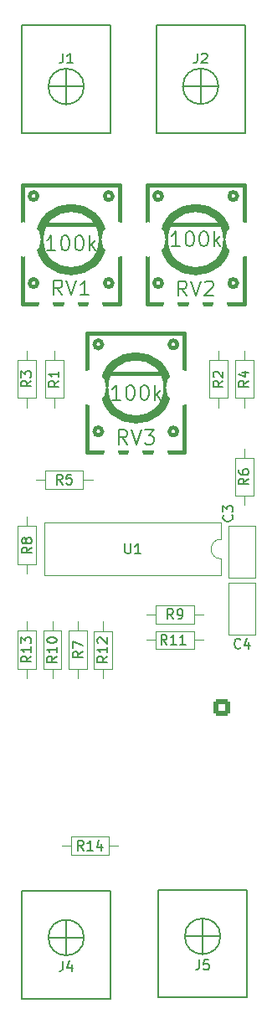
<source format=gto>
%TF.GenerationSoftware,KiCad,Pcbnew,8.0.4-8.0.4-0~ubuntu22.04.1*%
%TF.CreationDate,2024-07-28T19:50:56+02:00*%
%TF.ProjectId,VoltageProcessor,566f6c74-6167-4655-9072-6f636573736f,0.1*%
%TF.SameCoordinates,Original*%
%TF.FileFunction,Legend,Top*%
%TF.FilePolarity,Positive*%
%FSLAX46Y46*%
G04 Gerber Fmt 4.6, Leading zero omitted, Abs format (unit mm)*
G04 Created by KiCad (PCBNEW 8.0.4-8.0.4-0~ubuntu22.04.1) date 2024-07-28 19:50:56*
%MOMM*%
%LPD*%
G01*
G04 APERTURE LIST*
G04 Aperture macros list*
%AMRoundRect*
0 Rectangle with rounded corners*
0 $1 Rounding radius*
0 $2 $3 $4 $5 $6 $7 $8 $9 X,Y pos of 4 corners*
0 Add a 4 corners polygon primitive as box body*
4,1,4,$2,$3,$4,$5,$6,$7,$8,$9,$2,$3,0*
0 Add four circle primitives for the rounded corners*
1,1,$1+$1,$2,$3*
1,1,$1+$1,$4,$5*
1,1,$1+$1,$6,$7*
1,1,$1+$1,$8,$9*
0 Add four rect primitives between the rounded corners*
20,1,$1+$1,$2,$3,$4,$5,0*
20,1,$1+$1,$4,$5,$6,$7,0*
20,1,$1+$1,$6,$7,$8,$9,0*
20,1,$1+$1,$8,$9,$2,$3,0*%
G04 Aperture macros list end*
%ADD10C,0.150000*%
%ADD11C,0.200660*%
%ADD12C,0.120000*%
%ADD13C,0.381000*%
%ADD14C,2.000000*%
%ADD15C,3.500000*%
%ADD16O,1.500000X2.000000*%
%ADD17C,1.400000*%
%ADD18O,1.400000X1.400000*%
%ADD19C,1.600000*%
%ADD20R,1.600000X1.600000*%
%ADD21O,1.600000X1.600000*%
%ADD22RoundRect,0.250000X0.600000X0.600000X-0.600000X0.600000X-0.600000X-0.600000X0.600000X-0.600000X0*%
%ADD23C,1.700000*%
G04 APERTURE END LIST*
D10*
X119154819Y-93526666D02*
X118678628Y-93859999D01*
X119154819Y-94098094D02*
X118154819Y-94098094D01*
X118154819Y-94098094D02*
X118154819Y-93717142D01*
X118154819Y-93717142D02*
X118202438Y-93621904D01*
X118202438Y-93621904D02*
X118250057Y-93574285D01*
X118250057Y-93574285D02*
X118345295Y-93526666D01*
X118345295Y-93526666D02*
X118488152Y-93526666D01*
X118488152Y-93526666D02*
X118583390Y-93574285D01*
X118583390Y-93574285D02*
X118631009Y-93621904D01*
X118631009Y-93621904D02*
X118678628Y-93717142D01*
X118678628Y-93717142D02*
X118678628Y-94098094D01*
X118488152Y-92669523D02*
X119154819Y-92669523D01*
X118107200Y-92907618D02*
X118821485Y-93145713D01*
X118821485Y-93145713D02*
X118821485Y-92526666D01*
X99754819Y-121382857D02*
X99278628Y-121716190D01*
X99754819Y-121954285D02*
X98754819Y-121954285D01*
X98754819Y-121954285D02*
X98754819Y-121573333D01*
X98754819Y-121573333D02*
X98802438Y-121478095D01*
X98802438Y-121478095D02*
X98850057Y-121430476D01*
X98850057Y-121430476D02*
X98945295Y-121382857D01*
X98945295Y-121382857D02*
X99088152Y-121382857D01*
X99088152Y-121382857D02*
X99183390Y-121430476D01*
X99183390Y-121430476D02*
X99231009Y-121478095D01*
X99231009Y-121478095D02*
X99278628Y-121573333D01*
X99278628Y-121573333D02*
X99278628Y-121954285D01*
X99754819Y-120430476D02*
X99754819Y-121001904D01*
X99754819Y-120716190D02*
X98754819Y-120716190D01*
X98754819Y-120716190D02*
X98897676Y-120811428D01*
X98897676Y-120811428D02*
X98992914Y-120906666D01*
X98992914Y-120906666D02*
X99040533Y-121001904D01*
X98754819Y-119811428D02*
X98754819Y-119716190D01*
X98754819Y-119716190D02*
X98802438Y-119620952D01*
X98802438Y-119620952D02*
X98850057Y-119573333D01*
X98850057Y-119573333D02*
X98945295Y-119525714D01*
X98945295Y-119525714D02*
X99135771Y-119478095D01*
X99135771Y-119478095D02*
X99373866Y-119478095D01*
X99373866Y-119478095D02*
X99564342Y-119525714D01*
X99564342Y-119525714D02*
X99659580Y-119573333D01*
X99659580Y-119573333D02*
X99707200Y-119620952D01*
X99707200Y-119620952D02*
X99754819Y-119716190D01*
X99754819Y-119716190D02*
X99754819Y-119811428D01*
X99754819Y-119811428D02*
X99707200Y-119906666D01*
X99707200Y-119906666D02*
X99659580Y-119954285D01*
X99659580Y-119954285D02*
X99564342Y-120001904D01*
X99564342Y-120001904D02*
X99373866Y-120049523D01*
X99373866Y-120049523D02*
X99135771Y-120049523D01*
X99135771Y-120049523D02*
X98945295Y-120001904D01*
X98945295Y-120001904D02*
X98850057Y-119954285D01*
X98850057Y-119954285D02*
X98802438Y-119906666D01*
X98802438Y-119906666D02*
X98754819Y-119811428D01*
X118333333Y-120509580D02*
X118285714Y-120557200D01*
X118285714Y-120557200D02*
X118142857Y-120604819D01*
X118142857Y-120604819D02*
X118047619Y-120604819D01*
X118047619Y-120604819D02*
X117904762Y-120557200D01*
X117904762Y-120557200D02*
X117809524Y-120461961D01*
X117809524Y-120461961D02*
X117761905Y-120366723D01*
X117761905Y-120366723D02*
X117714286Y-120176247D01*
X117714286Y-120176247D02*
X117714286Y-120033390D01*
X117714286Y-120033390D02*
X117761905Y-119842914D01*
X117761905Y-119842914D02*
X117809524Y-119747676D01*
X117809524Y-119747676D02*
X117904762Y-119652438D01*
X117904762Y-119652438D02*
X118047619Y-119604819D01*
X118047619Y-119604819D02*
X118142857Y-119604819D01*
X118142857Y-119604819D02*
X118285714Y-119652438D01*
X118285714Y-119652438D02*
X118333333Y-119700057D01*
X119190476Y-119938152D02*
X119190476Y-120604819D01*
X118952381Y-119557200D02*
X118714286Y-120271485D01*
X118714286Y-120271485D02*
X119333333Y-120271485D01*
X117459580Y-107116666D02*
X117507200Y-107164285D01*
X117507200Y-107164285D02*
X117554819Y-107307142D01*
X117554819Y-107307142D02*
X117554819Y-107402380D01*
X117554819Y-107402380D02*
X117507200Y-107545237D01*
X117507200Y-107545237D02*
X117411961Y-107640475D01*
X117411961Y-107640475D02*
X117316723Y-107688094D01*
X117316723Y-107688094D02*
X117126247Y-107735713D01*
X117126247Y-107735713D02*
X116983390Y-107735713D01*
X116983390Y-107735713D02*
X116792914Y-107688094D01*
X116792914Y-107688094D02*
X116697676Y-107640475D01*
X116697676Y-107640475D02*
X116602438Y-107545237D01*
X116602438Y-107545237D02*
X116554819Y-107402380D01*
X116554819Y-107402380D02*
X116554819Y-107307142D01*
X116554819Y-107307142D02*
X116602438Y-107164285D01*
X116602438Y-107164285D02*
X116650057Y-107116666D01*
X116554819Y-106783332D02*
X116554819Y-106164285D01*
X116554819Y-106164285D02*
X116935771Y-106497618D01*
X116935771Y-106497618D02*
X116935771Y-106354761D01*
X116935771Y-106354761D02*
X116983390Y-106259523D01*
X116983390Y-106259523D02*
X117031009Y-106211904D01*
X117031009Y-106211904D02*
X117126247Y-106164285D01*
X117126247Y-106164285D02*
X117364342Y-106164285D01*
X117364342Y-106164285D02*
X117459580Y-106211904D01*
X117459580Y-106211904D02*
X117507200Y-106259523D01*
X117507200Y-106259523D02*
X117554819Y-106354761D01*
X117554819Y-106354761D02*
X117554819Y-106640475D01*
X117554819Y-106640475D02*
X117507200Y-106735713D01*
X117507200Y-106735713D02*
X117459580Y-106783332D01*
X100366666Y-152204819D02*
X100366666Y-152919104D01*
X100366666Y-152919104D02*
X100319047Y-153061961D01*
X100319047Y-153061961D02*
X100223809Y-153157200D01*
X100223809Y-153157200D02*
X100080952Y-153204819D01*
X100080952Y-153204819D02*
X99985714Y-153204819D01*
X101271428Y-152538152D02*
X101271428Y-153204819D01*
X101033333Y-152157200D02*
X100795238Y-152871485D01*
X100795238Y-152871485D02*
X101414285Y-152871485D01*
X99954819Y-93526666D02*
X99478628Y-93859999D01*
X99954819Y-94098094D02*
X98954819Y-94098094D01*
X98954819Y-94098094D02*
X98954819Y-93717142D01*
X98954819Y-93717142D02*
X99002438Y-93621904D01*
X99002438Y-93621904D02*
X99050057Y-93574285D01*
X99050057Y-93574285D02*
X99145295Y-93526666D01*
X99145295Y-93526666D02*
X99288152Y-93526666D01*
X99288152Y-93526666D02*
X99383390Y-93574285D01*
X99383390Y-93574285D02*
X99431009Y-93621904D01*
X99431009Y-93621904D02*
X99478628Y-93717142D01*
X99478628Y-93717142D02*
X99478628Y-94098094D01*
X99954819Y-92574285D02*
X99954819Y-93145713D01*
X99954819Y-92859999D02*
X98954819Y-92859999D01*
X98954819Y-92859999D02*
X99097676Y-92955237D01*
X99097676Y-92955237D02*
X99192914Y-93050475D01*
X99192914Y-93050475D02*
X99240533Y-93145713D01*
X119154819Y-103416666D02*
X118678628Y-103749999D01*
X119154819Y-103988094D02*
X118154819Y-103988094D01*
X118154819Y-103988094D02*
X118154819Y-103607142D01*
X118154819Y-103607142D02*
X118202438Y-103511904D01*
X118202438Y-103511904D02*
X118250057Y-103464285D01*
X118250057Y-103464285D02*
X118345295Y-103416666D01*
X118345295Y-103416666D02*
X118488152Y-103416666D01*
X118488152Y-103416666D02*
X118583390Y-103464285D01*
X118583390Y-103464285D02*
X118631009Y-103511904D01*
X118631009Y-103511904D02*
X118678628Y-103607142D01*
X118678628Y-103607142D02*
X118678628Y-103988094D01*
X118154819Y-102559523D02*
X118154819Y-102749999D01*
X118154819Y-102749999D02*
X118202438Y-102845237D01*
X118202438Y-102845237D02*
X118250057Y-102892856D01*
X118250057Y-102892856D02*
X118392914Y-102988094D01*
X118392914Y-102988094D02*
X118583390Y-103035713D01*
X118583390Y-103035713D02*
X118964342Y-103035713D01*
X118964342Y-103035713D02*
X119059580Y-102988094D01*
X119059580Y-102988094D02*
X119107200Y-102940475D01*
X119107200Y-102940475D02*
X119154819Y-102845237D01*
X119154819Y-102845237D02*
X119154819Y-102654761D01*
X119154819Y-102654761D02*
X119107200Y-102559523D01*
X119107200Y-102559523D02*
X119059580Y-102511904D01*
X119059580Y-102511904D02*
X118964342Y-102464285D01*
X118964342Y-102464285D02*
X118726247Y-102464285D01*
X118726247Y-102464285D02*
X118631009Y-102511904D01*
X118631009Y-102511904D02*
X118583390Y-102559523D01*
X118583390Y-102559523D02*
X118535771Y-102654761D01*
X118535771Y-102654761D02*
X118535771Y-102845237D01*
X118535771Y-102845237D02*
X118583390Y-102940475D01*
X118583390Y-102940475D02*
X118631009Y-102988094D01*
X118631009Y-102988094D02*
X118726247Y-103035713D01*
D11*
X112906464Y-84934021D02*
X112406084Y-84219193D01*
X112048670Y-84934021D02*
X112048670Y-83432881D01*
X112048670Y-83432881D02*
X112620533Y-83432881D01*
X112620533Y-83432881D02*
X112763498Y-83504364D01*
X112763498Y-83504364D02*
X112834981Y-83575847D01*
X112834981Y-83575847D02*
X112906464Y-83718813D01*
X112906464Y-83718813D02*
X112906464Y-83933261D01*
X112906464Y-83933261D02*
X112834981Y-84076227D01*
X112834981Y-84076227D02*
X112763498Y-84147710D01*
X112763498Y-84147710D02*
X112620533Y-84219193D01*
X112620533Y-84219193D02*
X112048670Y-84219193D01*
X113335361Y-83432881D02*
X113835741Y-84934021D01*
X113835741Y-84934021D02*
X114336121Y-83432881D01*
X114765018Y-83575847D02*
X114836501Y-83504364D01*
X114836501Y-83504364D02*
X114979467Y-83432881D01*
X114979467Y-83432881D02*
X115336881Y-83432881D01*
X115336881Y-83432881D02*
X115479847Y-83504364D01*
X115479847Y-83504364D02*
X115551329Y-83575847D01*
X115551329Y-83575847D02*
X115622812Y-83718813D01*
X115622812Y-83718813D02*
X115622812Y-83861779D01*
X115622812Y-83861779D02*
X115551329Y-84076227D01*
X115551329Y-84076227D02*
X114693535Y-84934021D01*
X114693535Y-84934021D02*
X115622812Y-84934021D01*
X112191635Y-79934021D02*
X111333841Y-79934021D01*
X111762738Y-79934021D02*
X111762738Y-78432881D01*
X111762738Y-78432881D02*
X111619772Y-78647330D01*
X111619772Y-78647330D02*
X111476807Y-78790296D01*
X111476807Y-78790296D02*
X111333841Y-78861779D01*
X113120912Y-78432881D02*
X113263878Y-78432881D01*
X113263878Y-78432881D02*
X113406844Y-78504364D01*
X113406844Y-78504364D02*
X113478327Y-78575847D01*
X113478327Y-78575847D02*
X113549809Y-78718813D01*
X113549809Y-78718813D02*
X113621292Y-79004744D01*
X113621292Y-79004744D02*
X113621292Y-79362159D01*
X113621292Y-79362159D02*
X113549809Y-79648090D01*
X113549809Y-79648090D02*
X113478327Y-79791056D01*
X113478327Y-79791056D02*
X113406844Y-79862539D01*
X113406844Y-79862539D02*
X113263878Y-79934021D01*
X113263878Y-79934021D02*
X113120912Y-79934021D01*
X113120912Y-79934021D02*
X112977947Y-79862539D01*
X112977947Y-79862539D02*
X112906464Y-79791056D01*
X112906464Y-79791056D02*
X112834981Y-79648090D01*
X112834981Y-79648090D02*
X112763498Y-79362159D01*
X112763498Y-79362159D02*
X112763498Y-79004744D01*
X112763498Y-79004744D02*
X112834981Y-78718813D01*
X112834981Y-78718813D02*
X112906464Y-78575847D01*
X112906464Y-78575847D02*
X112977947Y-78504364D01*
X112977947Y-78504364D02*
X113120912Y-78432881D01*
X114550569Y-78432881D02*
X114693535Y-78432881D01*
X114693535Y-78432881D02*
X114836501Y-78504364D01*
X114836501Y-78504364D02*
X114907984Y-78575847D01*
X114907984Y-78575847D02*
X114979466Y-78718813D01*
X114979466Y-78718813D02*
X115050949Y-79004744D01*
X115050949Y-79004744D02*
X115050949Y-79362159D01*
X115050949Y-79362159D02*
X114979466Y-79648090D01*
X114979466Y-79648090D02*
X114907984Y-79791056D01*
X114907984Y-79791056D02*
X114836501Y-79862539D01*
X114836501Y-79862539D02*
X114693535Y-79934021D01*
X114693535Y-79934021D02*
X114550569Y-79934021D01*
X114550569Y-79934021D02*
X114407604Y-79862539D01*
X114407604Y-79862539D02*
X114336121Y-79791056D01*
X114336121Y-79791056D02*
X114264638Y-79648090D01*
X114264638Y-79648090D02*
X114193155Y-79362159D01*
X114193155Y-79362159D02*
X114193155Y-79004744D01*
X114193155Y-79004744D02*
X114264638Y-78718813D01*
X114264638Y-78718813D02*
X114336121Y-78575847D01*
X114336121Y-78575847D02*
X114407604Y-78504364D01*
X114407604Y-78504364D02*
X114550569Y-78432881D01*
X115694295Y-79934021D02*
X115694295Y-78432881D01*
X115837261Y-79362159D02*
X116266158Y-79934021D01*
X116266158Y-78933261D02*
X115694295Y-79505124D01*
D10*
X100333333Y-104004819D02*
X100000000Y-103528628D01*
X99761905Y-104004819D02*
X99761905Y-103004819D01*
X99761905Y-103004819D02*
X100142857Y-103004819D01*
X100142857Y-103004819D02*
X100238095Y-103052438D01*
X100238095Y-103052438D02*
X100285714Y-103100057D01*
X100285714Y-103100057D02*
X100333333Y-103195295D01*
X100333333Y-103195295D02*
X100333333Y-103338152D01*
X100333333Y-103338152D02*
X100285714Y-103433390D01*
X100285714Y-103433390D02*
X100238095Y-103481009D01*
X100238095Y-103481009D02*
X100142857Y-103528628D01*
X100142857Y-103528628D02*
X99761905Y-103528628D01*
X101238095Y-103004819D02*
X100761905Y-103004819D01*
X100761905Y-103004819D02*
X100714286Y-103481009D01*
X100714286Y-103481009D02*
X100761905Y-103433390D01*
X100761905Y-103433390D02*
X100857143Y-103385771D01*
X100857143Y-103385771D02*
X101095238Y-103385771D01*
X101095238Y-103385771D02*
X101190476Y-103433390D01*
X101190476Y-103433390D02*
X101238095Y-103481009D01*
X101238095Y-103481009D02*
X101285714Y-103576247D01*
X101285714Y-103576247D02*
X101285714Y-103814342D01*
X101285714Y-103814342D02*
X101238095Y-103909580D01*
X101238095Y-103909580D02*
X101190476Y-103957200D01*
X101190476Y-103957200D02*
X101095238Y-104004819D01*
X101095238Y-104004819D02*
X100857143Y-104004819D01*
X100857143Y-104004819D02*
X100761905Y-103957200D01*
X100761905Y-103957200D02*
X100714286Y-103909580D01*
X97204819Y-110366666D02*
X96728628Y-110699999D01*
X97204819Y-110938094D02*
X96204819Y-110938094D01*
X96204819Y-110938094D02*
X96204819Y-110557142D01*
X96204819Y-110557142D02*
X96252438Y-110461904D01*
X96252438Y-110461904D02*
X96300057Y-110414285D01*
X96300057Y-110414285D02*
X96395295Y-110366666D01*
X96395295Y-110366666D02*
X96538152Y-110366666D01*
X96538152Y-110366666D02*
X96633390Y-110414285D01*
X96633390Y-110414285D02*
X96681009Y-110461904D01*
X96681009Y-110461904D02*
X96728628Y-110557142D01*
X96728628Y-110557142D02*
X96728628Y-110938094D01*
X96633390Y-109795237D02*
X96585771Y-109890475D01*
X96585771Y-109890475D02*
X96538152Y-109938094D01*
X96538152Y-109938094D02*
X96442914Y-109985713D01*
X96442914Y-109985713D02*
X96395295Y-109985713D01*
X96395295Y-109985713D02*
X96300057Y-109938094D01*
X96300057Y-109938094D02*
X96252438Y-109890475D01*
X96252438Y-109890475D02*
X96204819Y-109795237D01*
X96204819Y-109795237D02*
X96204819Y-109604761D01*
X96204819Y-109604761D02*
X96252438Y-109509523D01*
X96252438Y-109509523D02*
X96300057Y-109461904D01*
X96300057Y-109461904D02*
X96395295Y-109414285D01*
X96395295Y-109414285D02*
X96442914Y-109414285D01*
X96442914Y-109414285D02*
X96538152Y-109461904D01*
X96538152Y-109461904D02*
X96585771Y-109509523D01*
X96585771Y-109509523D02*
X96633390Y-109604761D01*
X96633390Y-109604761D02*
X96633390Y-109795237D01*
X96633390Y-109795237D02*
X96681009Y-109890475D01*
X96681009Y-109890475D02*
X96728628Y-109938094D01*
X96728628Y-109938094D02*
X96823866Y-109985713D01*
X96823866Y-109985713D02*
X97014342Y-109985713D01*
X97014342Y-109985713D02*
X97109580Y-109938094D01*
X97109580Y-109938094D02*
X97157200Y-109890475D01*
X97157200Y-109890475D02*
X97204819Y-109795237D01*
X97204819Y-109795237D02*
X97204819Y-109604761D01*
X97204819Y-109604761D02*
X97157200Y-109509523D01*
X97157200Y-109509523D02*
X97109580Y-109461904D01*
X97109580Y-109461904D02*
X97014342Y-109414285D01*
X97014342Y-109414285D02*
X96823866Y-109414285D01*
X96823866Y-109414285D02*
X96728628Y-109461904D01*
X96728628Y-109461904D02*
X96681009Y-109509523D01*
X96681009Y-109509523D02*
X96633390Y-109604761D01*
X104854819Y-121392857D02*
X104378628Y-121726190D01*
X104854819Y-121964285D02*
X103854819Y-121964285D01*
X103854819Y-121964285D02*
X103854819Y-121583333D01*
X103854819Y-121583333D02*
X103902438Y-121488095D01*
X103902438Y-121488095D02*
X103950057Y-121440476D01*
X103950057Y-121440476D02*
X104045295Y-121392857D01*
X104045295Y-121392857D02*
X104188152Y-121392857D01*
X104188152Y-121392857D02*
X104283390Y-121440476D01*
X104283390Y-121440476D02*
X104331009Y-121488095D01*
X104331009Y-121488095D02*
X104378628Y-121583333D01*
X104378628Y-121583333D02*
X104378628Y-121964285D01*
X104854819Y-120440476D02*
X104854819Y-121011904D01*
X104854819Y-120726190D02*
X103854819Y-120726190D01*
X103854819Y-120726190D02*
X103997676Y-120821428D01*
X103997676Y-120821428D02*
X104092914Y-120916666D01*
X104092914Y-120916666D02*
X104140533Y-121011904D01*
X103950057Y-120059523D02*
X103902438Y-120011904D01*
X103902438Y-120011904D02*
X103854819Y-119916666D01*
X103854819Y-119916666D02*
X103854819Y-119678571D01*
X103854819Y-119678571D02*
X103902438Y-119583333D01*
X103902438Y-119583333D02*
X103950057Y-119535714D01*
X103950057Y-119535714D02*
X104045295Y-119488095D01*
X104045295Y-119488095D02*
X104140533Y-119488095D01*
X104140533Y-119488095D02*
X104283390Y-119535714D01*
X104283390Y-119535714D02*
X104854819Y-120107142D01*
X104854819Y-120107142D02*
X104854819Y-119488095D01*
X102467142Y-141004819D02*
X102133809Y-140528628D01*
X101895714Y-141004819D02*
X101895714Y-140004819D01*
X101895714Y-140004819D02*
X102276666Y-140004819D01*
X102276666Y-140004819D02*
X102371904Y-140052438D01*
X102371904Y-140052438D02*
X102419523Y-140100057D01*
X102419523Y-140100057D02*
X102467142Y-140195295D01*
X102467142Y-140195295D02*
X102467142Y-140338152D01*
X102467142Y-140338152D02*
X102419523Y-140433390D01*
X102419523Y-140433390D02*
X102371904Y-140481009D01*
X102371904Y-140481009D02*
X102276666Y-140528628D01*
X102276666Y-140528628D02*
X101895714Y-140528628D01*
X103419523Y-141004819D02*
X102848095Y-141004819D01*
X103133809Y-141004819D02*
X103133809Y-140004819D01*
X103133809Y-140004819D02*
X103038571Y-140147676D01*
X103038571Y-140147676D02*
X102943333Y-140242914D01*
X102943333Y-140242914D02*
X102848095Y-140290533D01*
X104276666Y-140338152D02*
X104276666Y-141004819D01*
X104038571Y-139957200D02*
X103800476Y-140671485D01*
X103800476Y-140671485D02*
X104419523Y-140671485D01*
D11*
X100306464Y-84855771D02*
X99806084Y-84140943D01*
X99448670Y-84855771D02*
X99448670Y-83354631D01*
X99448670Y-83354631D02*
X100020533Y-83354631D01*
X100020533Y-83354631D02*
X100163498Y-83426114D01*
X100163498Y-83426114D02*
X100234981Y-83497597D01*
X100234981Y-83497597D02*
X100306464Y-83640563D01*
X100306464Y-83640563D02*
X100306464Y-83855011D01*
X100306464Y-83855011D02*
X100234981Y-83997977D01*
X100234981Y-83997977D02*
X100163498Y-84069460D01*
X100163498Y-84069460D02*
X100020533Y-84140943D01*
X100020533Y-84140943D02*
X99448670Y-84140943D01*
X100735361Y-83354631D02*
X101235741Y-84855771D01*
X101235741Y-84855771D02*
X101736121Y-83354631D01*
X103022812Y-84855771D02*
X102165018Y-84855771D01*
X102593915Y-84855771D02*
X102593915Y-83354631D01*
X102593915Y-83354631D02*
X102450949Y-83569080D01*
X102450949Y-83569080D02*
X102307984Y-83712046D01*
X102307984Y-83712046D02*
X102165018Y-83783529D01*
X99591635Y-80355771D02*
X98733841Y-80355771D01*
X99162738Y-80355771D02*
X99162738Y-78854631D01*
X99162738Y-78854631D02*
X99019772Y-79069080D01*
X99019772Y-79069080D02*
X98876807Y-79212046D01*
X98876807Y-79212046D02*
X98733841Y-79283529D01*
X100520912Y-78854631D02*
X100663878Y-78854631D01*
X100663878Y-78854631D02*
X100806844Y-78926114D01*
X100806844Y-78926114D02*
X100878327Y-78997597D01*
X100878327Y-78997597D02*
X100949809Y-79140563D01*
X100949809Y-79140563D02*
X101021292Y-79426494D01*
X101021292Y-79426494D02*
X101021292Y-79783909D01*
X101021292Y-79783909D02*
X100949809Y-80069840D01*
X100949809Y-80069840D02*
X100878327Y-80212806D01*
X100878327Y-80212806D02*
X100806844Y-80284289D01*
X100806844Y-80284289D02*
X100663878Y-80355771D01*
X100663878Y-80355771D02*
X100520912Y-80355771D01*
X100520912Y-80355771D02*
X100377947Y-80284289D01*
X100377947Y-80284289D02*
X100306464Y-80212806D01*
X100306464Y-80212806D02*
X100234981Y-80069840D01*
X100234981Y-80069840D02*
X100163498Y-79783909D01*
X100163498Y-79783909D02*
X100163498Y-79426494D01*
X100163498Y-79426494D02*
X100234981Y-79140563D01*
X100234981Y-79140563D02*
X100306464Y-78997597D01*
X100306464Y-78997597D02*
X100377947Y-78926114D01*
X100377947Y-78926114D02*
X100520912Y-78854631D01*
X101950569Y-78854631D02*
X102093535Y-78854631D01*
X102093535Y-78854631D02*
X102236501Y-78926114D01*
X102236501Y-78926114D02*
X102307984Y-78997597D01*
X102307984Y-78997597D02*
X102379466Y-79140563D01*
X102379466Y-79140563D02*
X102450949Y-79426494D01*
X102450949Y-79426494D02*
X102450949Y-79783909D01*
X102450949Y-79783909D02*
X102379466Y-80069840D01*
X102379466Y-80069840D02*
X102307984Y-80212806D01*
X102307984Y-80212806D02*
X102236501Y-80284289D01*
X102236501Y-80284289D02*
X102093535Y-80355771D01*
X102093535Y-80355771D02*
X101950569Y-80355771D01*
X101950569Y-80355771D02*
X101807604Y-80284289D01*
X101807604Y-80284289D02*
X101736121Y-80212806D01*
X101736121Y-80212806D02*
X101664638Y-80069840D01*
X101664638Y-80069840D02*
X101593155Y-79783909D01*
X101593155Y-79783909D02*
X101593155Y-79426494D01*
X101593155Y-79426494D02*
X101664638Y-79140563D01*
X101664638Y-79140563D02*
X101736121Y-78997597D01*
X101736121Y-78997597D02*
X101807604Y-78926114D01*
X101807604Y-78926114D02*
X101950569Y-78854631D01*
X103094295Y-80355771D02*
X103094295Y-78854631D01*
X103237261Y-79783909D02*
X103666158Y-80355771D01*
X103666158Y-79355011D02*
X103094295Y-79926874D01*
D10*
X114166666Y-152077319D02*
X114166666Y-152791604D01*
X114166666Y-152791604D02*
X114119047Y-152934461D01*
X114119047Y-152934461D02*
X114023809Y-153029700D01*
X114023809Y-153029700D02*
X113880952Y-153077319D01*
X113880952Y-153077319D02*
X113785714Y-153077319D01*
X115119047Y-152077319D02*
X114642857Y-152077319D01*
X114642857Y-152077319D02*
X114595238Y-152553509D01*
X114595238Y-152553509D02*
X114642857Y-152505890D01*
X114642857Y-152505890D02*
X114738095Y-152458271D01*
X114738095Y-152458271D02*
X114976190Y-152458271D01*
X114976190Y-152458271D02*
X115071428Y-152505890D01*
X115071428Y-152505890D02*
X115119047Y-152553509D01*
X115119047Y-152553509D02*
X115166666Y-152648747D01*
X115166666Y-152648747D02*
X115166666Y-152886842D01*
X115166666Y-152886842D02*
X115119047Y-152982080D01*
X115119047Y-152982080D02*
X115071428Y-153029700D01*
X115071428Y-153029700D02*
X114976190Y-153077319D01*
X114976190Y-153077319D02*
X114738095Y-153077319D01*
X114738095Y-153077319D02*
X114642857Y-153029700D01*
X114642857Y-153029700D02*
X114595238Y-152982080D01*
X97154819Y-93516666D02*
X96678628Y-93849999D01*
X97154819Y-94088094D02*
X96154819Y-94088094D01*
X96154819Y-94088094D02*
X96154819Y-93707142D01*
X96154819Y-93707142D02*
X96202438Y-93611904D01*
X96202438Y-93611904D02*
X96250057Y-93564285D01*
X96250057Y-93564285D02*
X96345295Y-93516666D01*
X96345295Y-93516666D02*
X96488152Y-93516666D01*
X96488152Y-93516666D02*
X96583390Y-93564285D01*
X96583390Y-93564285D02*
X96631009Y-93611904D01*
X96631009Y-93611904D02*
X96678628Y-93707142D01*
X96678628Y-93707142D02*
X96678628Y-94088094D01*
X96154819Y-93183332D02*
X96154819Y-92564285D01*
X96154819Y-92564285D02*
X96535771Y-92897618D01*
X96535771Y-92897618D02*
X96535771Y-92754761D01*
X96535771Y-92754761D02*
X96583390Y-92659523D01*
X96583390Y-92659523D02*
X96631009Y-92611904D01*
X96631009Y-92611904D02*
X96726247Y-92564285D01*
X96726247Y-92564285D02*
X96964342Y-92564285D01*
X96964342Y-92564285D02*
X97059580Y-92611904D01*
X97059580Y-92611904D02*
X97107200Y-92659523D01*
X97107200Y-92659523D02*
X97154819Y-92754761D01*
X97154819Y-92754761D02*
X97154819Y-93040475D01*
X97154819Y-93040475D02*
X97107200Y-93135713D01*
X97107200Y-93135713D02*
X97059580Y-93183332D01*
D11*
X106856464Y-99969021D02*
X106356084Y-99254193D01*
X105998670Y-99969021D02*
X105998670Y-98467881D01*
X105998670Y-98467881D02*
X106570533Y-98467881D01*
X106570533Y-98467881D02*
X106713498Y-98539364D01*
X106713498Y-98539364D02*
X106784981Y-98610847D01*
X106784981Y-98610847D02*
X106856464Y-98753813D01*
X106856464Y-98753813D02*
X106856464Y-98968261D01*
X106856464Y-98968261D02*
X106784981Y-99111227D01*
X106784981Y-99111227D02*
X106713498Y-99182710D01*
X106713498Y-99182710D02*
X106570533Y-99254193D01*
X106570533Y-99254193D02*
X105998670Y-99254193D01*
X107285361Y-98467881D02*
X107785741Y-99969021D01*
X107785741Y-99969021D02*
X108286121Y-98467881D01*
X108643535Y-98467881D02*
X109572812Y-98467881D01*
X109572812Y-98467881D02*
X109072432Y-99039744D01*
X109072432Y-99039744D02*
X109286881Y-99039744D01*
X109286881Y-99039744D02*
X109429847Y-99111227D01*
X109429847Y-99111227D02*
X109501329Y-99182710D01*
X109501329Y-99182710D02*
X109572812Y-99325676D01*
X109572812Y-99325676D02*
X109572812Y-99683090D01*
X109572812Y-99683090D02*
X109501329Y-99826056D01*
X109501329Y-99826056D02*
X109429847Y-99897539D01*
X109429847Y-99897539D02*
X109286881Y-99969021D01*
X109286881Y-99969021D02*
X108857984Y-99969021D01*
X108857984Y-99969021D02*
X108715018Y-99897539D01*
X108715018Y-99897539D02*
X108643535Y-99826056D01*
X106187635Y-95469021D02*
X105329841Y-95469021D01*
X105758738Y-95469021D02*
X105758738Y-93967881D01*
X105758738Y-93967881D02*
X105615772Y-94182330D01*
X105615772Y-94182330D02*
X105472807Y-94325296D01*
X105472807Y-94325296D02*
X105329841Y-94396779D01*
X107116912Y-93967881D02*
X107259878Y-93967881D01*
X107259878Y-93967881D02*
X107402844Y-94039364D01*
X107402844Y-94039364D02*
X107474327Y-94110847D01*
X107474327Y-94110847D02*
X107545809Y-94253813D01*
X107545809Y-94253813D02*
X107617292Y-94539744D01*
X107617292Y-94539744D02*
X107617292Y-94897159D01*
X107617292Y-94897159D02*
X107545809Y-95183090D01*
X107545809Y-95183090D02*
X107474327Y-95326056D01*
X107474327Y-95326056D02*
X107402844Y-95397539D01*
X107402844Y-95397539D02*
X107259878Y-95469021D01*
X107259878Y-95469021D02*
X107116912Y-95469021D01*
X107116912Y-95469021D02*
X106973947Y-95397539D01*
X106973947Y-95397539D02*
X106902464Y-95326056D01*
X106902464Y-95326056D02*
X106830981Y-95183090D01*
X106830981Y-95183090D02*
X106759498Y-94897159D01*
X106759498Y-94897159D02*
X106759498Y-94539744D01*
X106759498Y-94539744D02*
X106830981Y-94253813D01*
X106830981Y-94253813D02*
X106902464Y-94110847D01*
X106902464Y-94110847D02*
X106973947Y-94039364D01*
X106973947Y-94039364D02*
X107116912Y-93967881D01*
X108546569Y-93967881D02*
X108689535Y-93967881D01*
X108689535Y-93967881D02*
X108832501Y-94039364D01*
X108832501Y-94039364D02*
X108903984Y-94110847D01*
X108903984Y-94110847D02*
X108975466Y-94253813D01*
X108975466Y-94253813D02*
X109046949Y-94539744D01*
X109046949Y-94539744D02*
X109046949Y-94897159D01*
X109046949Y-94897159D02*
X108975466Y-95183090D01*
X108975466Y-95183090D02*
X108903984Y-95326056D01*
X108903984Y-95326056D02*
X108832501Y-95397539D01*
X108832501Y-95397539D02*
X108689535Y-95469021D01*
X108689535Y-95469021D02*
X108546569Y-95469021D01*
X108546569Y-95469021D02*
X108403604Y-95397539D01*
X108403604Y-95397539D02*
X108332121Y-95326056D01*
X108332121Y-95326056D02*
X108260638Y-95183090D01*
X108260638Y-95183090D02*
X108189155Y-94897159D01*
X108189155Y-94897159D02*
X108189155Y-94539744D01*
X108189155Y-94539744D02*
X108260638Y-94253813D01*
X108260638Y-94253813D02*
X108332121Y-94110847D01*
X108332121Y-94110847D02*
X108403604Y-94039364D01*
X108403604Y-94039364D02*
X108546569Y-93967881D01*
X109690295Y-95469021D02*
X109690295Y-93967881D01*
X109833261Y-94897159D02*
X110262158Y-95469021D01*
X110262158Y-94468261D02*
X109690295Y-95040124D01*
D10*
X100366666Y-60404819D02*
X100366666Y-61119104D01*
X100366666Y-61119104D02*
X100319047Y-61261961D01*
X100319047Y-61261961D02*
X100223809Y-61357200D01*
X100223809Y-61357200D02*
X100080952Y-61404819D01*
X100080952Y-61404819D02*
X99985714Y-61404819D01*
X101366666Y-61404819D02*
X100795238Y-61404819D01*
X101080952Y-61404819D02*
X101080952Y-60404819D01*
X101080952Y-60404819D02*
X100985714Y-60547676D01*
X100985714Y-60547676D02*
X100890476Y-60642914D01*
X100890476Y-60642914D02*
X100795238Y-60690533D01*
X113966666Y-60404819D02*
X113966666Y-61119104D01*
X113966666Y-61119104D02*
X113919047Y-61261961D01*
X113919047Y-61261961D02*
X113823809Y-61357200D01*
X113823809Y-61357200D02*
X113680952Y-61404819D01*
X113680952Y-61404819D02*
X113585714Y-61404819D01*
X114395238Y-60500057D02*
X114442857Y-60452438D01*
X114442857Y-60452438D02*
X114538095Y-60404819D01*
X114538095Y-60404819D02*
X114776190Y-60404819D01*
X114776190Y-60404819D02*
X114871428Y-60452438D01*
X114871428Y-60452438D02*
X114919047Y-60500057D01*
X114919047Y-60500057D02*
X114966666Y-60595295D01*
X114966666Y-60595295D02*
X114966666Y-60690533D01*
X114966666Y-60690533D02*
X114919047Y-60833390D01*
X114919047Y-60833390D02*
X114347619Y-61404819D01*
X114347619Y-61404819D02*
X114966666Y-61404819D01*
X111533333Y-117604819D02*
X111200000Y-117128628D01*
X110961905Y-117604819D02*
X110961905Y-116604819D01*
X110961905Y-116604819D02*
X111342857Y-116604819D01*
X111342857Y-116604819D02*
X111438095Y-116652438D01*
X111438095Y-116652438D02*
X111485714Y-116700057D01*
X111485714Y-116700057D02*
X111533333Y-116795295D01*
X111533333Y-116795295D02*
X111533333Y-116938152D01*
X111533333Y-116938152D02*
X111485714Y-117033390D01*
X111485714Y-117033390D02*
X111438095Y-117081009D01*
X111438095Y-117081009D02*
X111342857Y-117128628D01*
X111342857Y-117128628D02*
X110961905Y-117128628D01*
X112009524Y-117604819D02*
X112200000Y-117604819D01*
X112200000Y-117604819D02*
X112295238Y-117557200D01*
X112295238Y-117557200D02*
X112342857Y-117509580D01*
X112342857Y-117509580D02*
X112438095Y-117366723D01*
X112438095Y-117366723D02*
X112485714Y-117176247D01*
X112485714Y-117176247D02*
X112485714Y-116795295D01*
X112485714Y-116795295D02*
X112438095Y-116700057D01*
X112438095Y-116700057D02*
X112390476Y-116652438D01*
X112390476Y-116652438D02*
X112295238Y-116604819D01*
X112295238Y-116604819D02*
X112104762Y-116604819D01*
X112104762Y-116604819D02*
X112009524Y-116652438D01*
X112009524Y-116652438D02*
X111961905Y-116700057D01*
X111961905Y-116700057D02*
X111914286Y-116795295D01*
X111914286Y-116795295D02*
X111914286Y-117033390D01*
X111914286Y-117033390D02*
X111961905Y-117128628D01*
X111961905Y-117128628D02*
X112009524Y-117176247D01*
X112009524Y-117176247D02*
X112104762Y-117223866D01*
X112104762Y-117223866D02*
X112295238Y-117223866D01*
X112295238Y-117223866D02*
X112390476Y-117176247D01*
X112390476Y-117176247D02*
X112438095Y-117128628D01*
X112438095Y-117128628D02*
X112485714Y-117033390D01*
X106653095Y-109984819D02*
X106653095Y-110794342D01*
X106653095Y-110794342D02*
X106700714Y-110889580D01*
X106700714Y-110889580D02*
X106748333Y-110937200D01*
X106748333Y-110937200D02*
X106843571Y-110984819D01*
X106843571Y-110984819D02*
X107034047Y-110984819D01*
X107034047Y-110984819D02*
X107129285Y-110937200D01*
X107129285Y-110937200D02*
X107176904Y-110889580D01*
X107176904Y-110889580D02*
X107224523Y-110794342D01*
X107224523Y-110794342D02*
X107224523Y-109984819D01*
X108224523Y-110984819D02*
X107653095Y-110984819D01*
X107938809Y-110984819D02*
X107938809Y-109984819D01*
X107938809Y-109984819D02*
X107843571Y-110127676D01*
X107843571Y-110127676D02*
X107748333Y-110222914D01*
X107748333Y-110222914D02*
X107653095Y-110270533D01*
X102354819Y-120906666D02*
X101878628Y-121239999D01*
X102354819Y-121478094D02*
X101354819Y-121478094D01*
X101354819Y-121478094D02*
X101354819Y-121097142D01*
X101354819Y-121097142D02*
X101402438Y-121001904D01*
X101402438Y-121001904D02*
X101450057Y-120954285D01*
X101450057Y-120954285D02*
X101545295Y-120906666D01*
X101545295Y-120906666D02*
X101688152Y-120906666D01*
X101688152Y-120906666D02*
X101783390Y-120954285D01*
X101783390Y-120954285D02*
X101831009Y-121001904D01*
X101831009Y-121001904D02*
X101878628Y-121097142D01*
X101878628Y-121097142D02*
X101878628Y-121478094D01*
X101354819Y-120573332D02*
X101354819Y-119906666D01*
X101354819Y-119906666D02*
X102354819Y-120335237D01*
X97154819Y-121372857D02*
X96678628Y-121706190D01*
X97154819Y-121944285D02*
X96154819Y-121944285D01*
X96154819Y-121944285D02*
X96154819Y-121563333D01*
X96154819Y-121563333D02*
X96202438Y-121468095D01*
X96202438Y-121468095D02*
X96250057Y-121420476D01*
X96250057Y-121420476D02*
X96345295Y-121372857D01*
X96345295Y-121372857D02*
X96488152Y-121372857D01*
X96488152Y-121372857D02*
X96583390Y-121420476D01*
X96583390Y-121420476D02*
X96631009Y-121468095D01*
X96631009Y-121468095D02*
X96678628Y-121563333D01*
X96678628Y-121563333D02*
X96678628Y-121944285D01*
X97154819Y-120420476D02*
X97154819Y-120991904D01*
X97154819Y-120706190D02*
X96154819Y-120706190D01*
X96154819Y-120706190D02*
X96297676Y-120801428D01*
X96297676Y-120801428D02*
X96392914Y-120896666D01*
X96392914Y-120896666D02*
X96440533Y-120991904D01*
X96154819Y-120087142D02*
X96154819Y-119468095D01*
X96154819Y-119468095D02*
X96535771Y-119801428D01*
X96535771Y-119801428D02*
X96535771Y-119658571D01*
X96535771Y-119658571D02*
X96583390Y-119563333D01*
X96583390Y-119563333D02*
X96631009Y-119515714D01*
X96631009Y-119515714D02*
X96726247Y-119468095D01*
X96726247Y-119468095D02*
X96964342Y-119468095D01*
X96964342Y-119468095D02*
X97059580Y-119515714D01*
X97059580Y-119515714D02*
X97107200Y-119563333D01*
X97107200Y-119563333D02*
X97154819Y-119658571D01*
X97154819Y-119658571D02*
X97154819Y-119944285D01*
X97154819Y-119944285D02*
X97107200Y-120039523D01*
X97107200Y-120039523D02*
X97059580Y-120087142D01*
X116554819Y-93526666D02*
X116078628Y-93859999D01*
X116554819Y-94098094D02*
X115554819Y-94098094D01*
X115554819Y-94098094D02*
X115554819Y-93717142D01*
X115554819Y-93717142D02*
X115602438Y-93621904D01*
X115602438Y-93621904D02*
X115650057Y-93574285D01*
X115650057Y-93574285D02*
X115745295Y-93526666D01*
X115745295Y-93526666D02*
X115888152Y-93526666D01*
X115888152Y-93526666D02*
X115983390Y-93574285D01*
X115983390Y-93574285D02*
X116031009Y-93621904D01*
X116031009Y-93621904D02*
X116078628Y-93717142D01*
X116078628Y-93717142D02*
X116078628Y-94098094D01*
X115650057Y-93145713D02*
X115602438Y-93098094D01*
X115602438Y-93098094D02*
X115554819Y-93002856D01*
X115554819Y-93002856D02*
X115554819Y-92764761D01*
X115554819Y-92764761D02*
X115602438Y-92669523D01*
X115602438Y-92669523D02*
X115650057Y-92621904D01*
X115650057Y-92621904D02*
X115745295Y-92574285D01*
X115745295Y-92574285D02*
X115840533Y-92574285D01*
X115840533Y-92574285D02*
X115983390Y-92621904D01*
X115983390Y-92621904D02*
X116554819Y-93193332D01*
X116554819Y-93193332D02*
X116554819Y-92574285D01*
X110877142Y-120204819D02*
X110543809Y-119728628D01*
X110305714Y-120204819D02*
X110305714Y-119204819D01*
X110305714Y-119204819D02*
X110686666Y-119204819D01*
X110686666Y-119204819D02*
X110781904Y-119252438D01*
X110781904Y-119252438D02*
X110829523Y-119300057D01*
X110829523Y-119300057D02*
X110877142Y-119395295D01*
X110877142Y-119395295D02*
X110877142Y-119538152D01*
X110877142Y-119538152D02*
X110829523Y-119633390D01*
X110829523Y-119633390D02*
X110781904Y-119681009D01*
X110781904Y-119681009D02*
X110686666Y-119728628D01*
X110686666Y-119728628D02*
X110305714Y-119728628D01*
X111829523Y-120204819D02*
X111258095Y-120204819D01*
X111543809Y-120204819D02*
X111543809Y-119204819D01*
X111543809Y-119204819D02*
X111448571Y-119347676D01*
X111448571Y-119347676D02*
X111353333Y-119442914D01*
X111353333Y-119442914D02*
X111258095Y-119490533D01*
X112781904Y-120204819D02*
X112210476Y-120204819D01*
X112496190Y-120204819D02*
X112496190Y-119204819D01*
X112496190Y-119204819D02*
X112400952Y-119347676D01*
X112400952Y-119347676D02*
X112305714Y-119442914D01*
X112305714Y-119442914D02*
X112210476Y-119490533D01*
D12*
%TO.C,R4*%
X117780000Y-91440000D02*
X117780000Y-95280000D01*
X117780000Y-95280000D02*
X119620000Y-95280000D01*
X118700000Y-90490000D02*
X118700000Y-91440000D01*
X118700000Y-96230000D02*
X118700000Y-95280000D01*
X119620000Y-91440000D02*
X117780000Y-91440000D01*
X119620000Y-95280000D02*
X119620000Y-91440000D01*
%TO.C,R10*%
X98380000Y-118820000D02*
X98380000Y-122660000D01*
X98380000Y-122660000D02*
X100220000Y-122660000D01*
X99300000Y-117870000D02*
X99300000Y-118820000D01*
X99300000Y-123610000D02*
X99300000Y-122660000D01*
X100220000Y-118820000D02*
X98380000Y-118820000D01*
X100220000Y-122660000D02*
X100220000Y-118820000D01*
%TO.C,C4*%
X117130000Y-113930000D02*
X119870000Y-113930000D01*
X117130000Y-119170000D02*
X117130000Y-113930000D01*
X117130000Y-119170000D02*
X119870000Y-119170000D01*
X119870000Y-119170000D02*
X119870000Y-113930000D01*
%TO.C,C3*%
X117130000Y-108180000D02*
X117130000Y-113420000D01*
X119870000Y-108180000D02*
X117130000Y-108180000D01*
X119870000Y-108180000D02*
X119870000Y-113420000D01*
X119870000Y-113420000D02*
X117130000Y-113420000D01*
D10*
%TO.C,J4*%
X96200000Y-156030000D02*
X96200000Y-145130000D01*
X100700000Y-151630000D02*
X100700000Y-148030000D01*
X102500000Y-149830000D02*
X98900000Y-149830000D01*
X105200000Y-145130000D02*
X96200000Y-145130000D01*
X105200000Y-156030000D02*
X96200000Y-156030000D01*
X105200000Y-156030000D02*
X105200000Y-145130000D01*
X102500000Y-149830000D02*
G75*
G02*
X98900000Y-149830000I-1800000J0D01*
G01*
X98900000Y-149830000D02*
G75*
G02*
X102500000Y-149830000I1800000J0D01*
G01*
D12*
%TO.C,R1*%
X98580000Y-91440000D02*
X98580000Y-95280000D01*
X98580000Y-95280000D02*
X100420000Y-95280000D01*
X99500000Y-90490000D02*
X99500000Y-91440000D01*
X99500000Y-96230000D02*
X99500000Y-95280000D01*
X100420000Y-91440000D02*
X98580000Y-91440000D01*
X100420000Y-95280000D02*
X100420000Y-91440000D01*
%TO.C,R6*%
X117780000Y-101330000D02*
X117780000Y-105170000D01*
X117780000Y-105170000D02*
X119620000Y-105170000D01*
X118700000Y-100380000D02*
X118700000Y-101330000D01*
X118700000Y-106120000D02*
X118700000Y-105170000D01*
X119620000Y-101330000D02*
X117780000Y-101330000D01*
X119620000Y-105170000D02*
X119620000Y-101330000D01*
D13*
%TO.C,RV2*%
X108900000Y-73750000D02*
X118700000Y-73750000D01*
X108900000Y-85750000D02*
X108900000Y-73750000D01*
X108900000Y-85750000D02*
X118700000Y-85750000D01*
X111199040Y-77748860D02*
X116400960Y-77748860D01*
X118700000Y-73750000D02*
X118700000Y-85750000D01*
X110400000Y-74850000D02*
G75*
G02*
X109600000Y-74850000I-400000J0D01*
G01*
X109600000Y-74850000D02*
G75*
G02*
X110400000Y-74850000I400000J0D01*
G01*
X110400000Y-83650000D02*
G75*
G02*
X109600000Y-83650000I-400000J0D01*
G01*
X109600000Y-83650000D02*
G75*
G02*
X110400000Y-83650000I400000J0D01*
G01*
X117201060Y-79250000D02*
G75*
G02*
X110398940Y-79250000I-3401060J0D01*
G01*
X110398940Y-79250000D02*
G75*
G02*
X117201060Y-79250000I3401060J0D01*
G01*
X116799740Y-79250000D02*
G75*
G02*
X110800260Y-79250000I-2999740J0D01*
G01*
X110800260Y-79250000D02*
G75*
G02*
X116799740Y-79250000I2999740J0D01*
G01*
X118000000Y-74850000D02*
G75*
G02*
X117200000Y-74850000I-400000J0D01*
G01*
X117200000Y-74850000D02*
G75*
G02*
X118000000Y-74850000I400000J0D01*
G01*
X118000000Y-83650000D02*
G75*
G02*
X117200000Y-83650000I-400000J0D01*
G01*
X117200000Y-83650000D02*
G75*
G02*
X118000000Y-83650000I400000J0D01*
G01*
D12*
%TO.C,R5*%
X97630000Y-103550000D02*
X98580000Y-103550000D01*
X98580000Y-102630000D02*
X98580000Y-104470000D01*
X98580000Y-104470000D02*
X102420000Y-104470000D01*
X102420000Y-102630000D02*
X98580000Y-102630000D01*
X102420000Y-104470000D02*
X102420000Y-102630000D01*
X103370000Y-103550000D02*
X102420000Y-103550000D01*
%TO.C,R8*%
X95780000Y-108210000D02*
X95780000Y-112050000D01*
X95780000Y-112050000D02*
X97620000Y-112050000D01*
X96700000Y-107260000D02*
X96700000Y-108210000D01*
X96700000Y-113000000D02*
X96700000Y-112050000D01*
X97620000Y-108210000D02*
X95780000Y-108210000D01*
X97620000Y-112050000D02*
X97620000Y-108210000D01*
%TO.C,R12*%
X103480000Y-118830000D02*
X103480000Y-122670000D01*
X103480000Y-122670000D02*
X105320000Y-122670000D01*
X104400000Y-117880000D02*
X104400000Y-118830000D01*
X104400000Y-123620000D02*
X104400000Y-122670000D01*
X105320000Y-118830000D02*
X103480000Y-118830000D01*
X105320000Y-122670000D02*
X105320000Y-118830000D01*
%TO.C,R14*%
X100240000Y-140550000D02*
X101190000Y-140550000D01*
X101190000Y-139630000D02*
X101190000Y-141470000D01*
X101190000Y-141470000D02*
X105030000Y-141470000D01*
X105030000Y-139630000D02*
X101190000Y-139630000D01*
X105030000Y-141470000D02*
X105030000Y-139630000D01*
X105980000Y-140550000D02*
X105030000Y-140550000D01*
D13*
%TO.C,RV1*%
X96300000Y-73750000D02*
X106100000Y-73750000D01*
X96300000Y-85750000D02*
X96300000Y-73750000D01*
X96300000Y-85750000D02*
X106100000Y-85750000D01*
X98599040Y-77748860D02*
X103800960Y-77748860D01*
X106100000Y-73750000D02*
X106100000Y-85750000D01*
X97800000Y-74850000D02*
G75*
G02*
X97000000Y-74850000I-400000J0D01*
G01*
X97000000Y-74850000D02*
G75*
G02*
X97800000Y-74850000I400000J0D01*
G01*
X97800000Y-83650000D02*
G75*
G02*
X97000000Y-83650000I-400000J0D01*
G01*
X97000000Y-83650000D02*
G75*
G02*
X97800000Y-83650000I400000J0D01*
G01*
X104601060Y-79250000D02*
G75*
G02*
X97798940Y-79250000I-3401060J0D01*
G01*
X97798940Y-79250000D02*
G75*
G02*
X104601060Y-79250000I3401060J0D01*
G01*
X104199740Y-79250000D02*
G75*
G02*
X98200260Y-79250000I-2999740J0D01*
G01*
X98200260Y-79250000D02*
G75*
G02*
X104199740Y-79250000I2999740J0D01*
G01*
X105400000Y-74850000D02*
G75*
G02*
X104600000Y-74850000I-400000J0D01*
G01*
X104600000Y-74850000D02*
G75*
G02*
X105400000Y-74850000I400000J0D01*
G01*
X105400000Y-83650000D02*
G75*
G02*
X104600000Y-83650000I-400000J0D01*
G01*
X104600000Y-83650000D02*
G75*
G02*
X105400000Y-83650000I400000J0D01*
G01*
D10*
%TO.C,J5*%
X110000000Y-155902500D02*
X110000000Y-145002500D01*
X114500000Y-151502500D02*
X114500000Y-147902500D01*
X116300000Y-149702500D02*
X112700000Y-149702500D01*
X119000000Y-145002500D02*
X110000000Y-145002500D01*
X119000000Y-155902500D02*
X110000000Y-155902500D01*
X119000000Y-155902500D02*
X119000000Y-145002500D01*
X116300000Y-149702500D02*
G75*
G02*
X112700000Y-149702500I-1800000J0D01*
G01*
X112700000Y-149702500D02*
G75*
G02*
X116300000Y-149702500I1800000J0D01*
G01*
D12*
%TO.C,R3*%
X95780000Y-91430000D02*
X95780000Y-95270000D01*
X95780000Y-95270000D02*
X97620000Y-95270000D01*
X96700000Y-90480000D02*
X96700000Y-91430000D01*
X96700000Y-96220000D02*
X96700000Y-95270000D01*
X97620000Y-91430000D02*
X95780000Y-91430000D01*
X97620000Y-95270000D02*
X97620000Y-91430000D01*
D13*
%TO.C,RV3*%
X102850000Y-88750000D02*
X112650000Y-88750000D01*
X102850000Y-100750000D02*
X102850000Y-88750000D01*
X102850000Y-100750000D02*
X112650000Y-100750000D01*
X105149040Y-92748860D02*
X110350960Y-92748860D01*
X112650000Y-88750000D02*
X112650000Y-100750000D01*
X104350000Y-89850000D02*
G75*
G02*
X103550000Y-89850000I-400000J0D01*
G01*
X103550000Y-89850000D02*
G75*
G02*
X104350000Y-89850000I400000J0D01*
G01*
X104350000Y-98650000D02*
G75*
G02*
X103550000Y-98650000I-400000J0D01*
G01*
X103550000Y-98650000D02*
G75*
G02*
X104350000Y-98650000I400000J0D01*
G01*
X111151060Y-94250000D02*
G75*
G02*
X104348940Y-94250000I-3401060J0D01*
G01*
X104348940Y-94250000D02*
G75*
G02*
X111151060Y-94250000I3401060J0D01*
G01*
X110749740Y-94250000D02*
G75*
G02*
X104750260Y-94250000I-2999740J0D01*
G01*
X104750260Y-94250000D02*
G75*
G02*
X110749740Y-94250000I2999740J0D01*
G01*
X111950000Y-89850000D02*
G75*
G02*
X111150000Y-89850000I-400000J0D01*
G01*
X111150000Y-89850000D02*
G75*
G02*
X111950000Y-89850000I400000J0D01*
G01*
X111950000Y-98650000D02*
G75*
G02*
X111150000Y-98650000I-400000J0D01*
G01*
X111150000Y-98650000D02*
G75*
G02*
X111950000Y-98650000I400000J0D01*
G01*
D10*
%TO.C,J1*%
X96200000Y-57570000D02*
X96200000Y-68470000D01*
X96200000Y-57570000D02*
X105200000Y-57570000D01*
X96200000Y-68470000D02*
X105200000Y-68470000D01*
X98900000Y-63770000D02*
X102500000Y-63770000D01*
X100700000Y-61970000D02*
X100700000Y-65570000D01*
X105200000Y-57570000D02*
X105200000Y-68470000D01*
X102500000Y-63770000D02*
G75*
G02*
X98900000Y-63770000I-1800000J0D01*
G01*
X98900000Y-63770000D02*
G75*
G02*
X102500000Y-63770000I1800000J0D01*
G01*
%TO.C,J2*%
X109800000Y-57550000D02*
X109800000Y-68450000D01*
X109800000Y-57550000D02*
X118800000Y-57550000D01*
X109800000Y-68450000D02*
X118800000Y-68450000D01*
X112500000Y-63750000D02*
X116100000Y-63750000D01*
X114300000Y-61950000D02*
X114300000Y-65550000D01*
X118800000Y-57550000D02*
X118800000Y-68450000D01*
X116100000Y-63750000D02*
G75*
G02*
X112500000Y-63750000I-1800000J0D01*
G01*
X112500000Y-63750000D02*
G75*
G02*
X116100000Y-63750000I1800000J0D01*
G01*
D12*
%TO.C,R9*%
X108830000Y-117150000D02*
X109780000Y-117150000D01*
X109780000Y-116230000D02*
X109780000Y-118070000D01*
X109780000Y-118070000D02*
X113620000Y-118070000D01*
X113620000Y-116230000D02*
X109780000Y-116230000D01*
X113620000Y-118070000D02*
X113620000Y-116230000D01*
X114570000Y-117150000D02*
X113620000Y-117150000D01*
%TO.C,U1*%
X98470000Y-107890000D02*
X98470000Y-113190000D01*
X98470000Y-113190000D02*
X116370000Y-113190000D01*
X116370000Y-107890000D02*
X98470000Y-107890000D01*
X116370000Y-109540000D02*
X116370000Y-107890000D01*
X116370000Y-113190000D02*
X116370000Y-111540000D01*
X116370000Y-111540000D02*
G75*
G02*
X116370000Y-109540000I0J1000000D01*
G01*
%TO.C,R7*%
X100980000Y-118820000D02*
X100980000Y-122660000D01*
X100980000Y-122660000D02*
X102820000Y-122660000D01*
X101900000Y-117870000D02*
X101900000Y-118820000D01*
X101900000Y-123610000D02*
X101900000Y-122660000D01*
X102820000Y-118820000D02*
X100980000Y-118820000D01*
X102820000Y-122660000D02*
X102820000Y-118820000D01*
%TO.C,R13*%
X95780000Y-118810000D02*
X95780000Y-122650000D01*
X95780000Y-122650000D02*
X97620000Y-122650000D01*
X96700000Y-117860000D02*
X96700000Y-118810000D01*
X96700000Y-123600000D02*
X96700000Y-122650000D01*
X97620000Y-118810000D02*
X95780000Y-118810000D01*
X97620000Y-122650000D02*
X97620000Y-118810000D01*
%TO.C,R2*%
X115180000Y-91440000D02*
X115180000Y-95280000D01*
X115180000Y-95280000D02*
X117020000Y-95280000D01*
X116100000Y-90490000D02*
X116100000Y-91440000D01*
X116100000Y-96230000D02*
X116100000Y-95280000D01*
X117020000Y-91440000D02*
X115180000Y-91440000D01*
X117020000Y-95280000D02*
X117020000Y-91440000D01*
%TO.C,R11*%
X108840000Y-119750000D02*
X109790000Y-119750000D01*
X109790000Y-118830000D02*
X109790000Y-120670000D01*
X109790000Y-120670000D02*
X113630000Y-120670000D01*
X113630000Y-118830000D02*
X109790000Y-118830000D01*
X113630000Y-120670000D02*
X113630000Y-118830000D01*
X114580000Y-119750000D02*
X113630000Y-119750000D01*
%TD*%
D14*
%TO.C,J4*%
X100700000Y-143350000D03*
X100700000Y-146450000D03*
X100700000Y-154750000D03*
%TD*%
D15*
%TO.C,RV2*%
X109000000Y-79250000D03*
X118600000Y-79250000D03*
D16*
X111300000Y-86250000D03*
X113800000Y-86250000D03*
X116300000Y-86250000D03*
%TD*%
D15*
%TO.C,RV1*%
X96400000Y-79250000D03*
X106000000Y-79250000D03*
D16*
X98700000Y-86250000D03*
X101200000Y-86250000D03*
X103700000Y-86250000D03*
%TD*%
D14*
%TO.C,J5*%
X114500000Y-143222500D03*
X114500000Y-146322500D03*
X114500000Y-154622500D03*
%TD*%
D15*
%TO.C,RV3*%
X102950000Y-94250000D03*
X112550000Y-94250000D03*
D16*
X105250000Y-101250000D03*
X107750000Y-101250000D03*
X110250000Y-101250000D03*
%TD*%
D14*
%TO.C,J1*%
X100700000Y-70250000D03*
X100700000Y-67150000D03*
X100700000Y-58850000D03*
%TD*%
%TO.C,J2*%
X114300000Y-70230000D03*
X114300000Y-67130000D03*
X114300000Y-58830000D03*
%TD*%
%LPC*%
D17*
%TO.C,R4*%
X118700000Y-89550000D03*
D18*
X118700000Y-97170000D03*
%TD*%
D17*
%TO.C,R10*%
X99300000Y-124550000D03*
D18*
X99300000Y-116930000D03*
%TD*%
D19*
%TO.C,C4*%
X118500000Y-117800000D03*
X118500000Y-115300000D03*
%TD*%
%TO.C,C3*%
X118500000Y-109550000D03*
X118500000Y-112050000D03*
%TD*%
D14*
%TO.C,J4*%
X100700000Y-143350000D03*
X100700000Y-146450000D03*
X100700000Y-154750000D03*
%TD*%
D17*
%TO.C,R1*%
X99500000Y-89550000D03*
D18*
X99500000Y-97170000D03*
%TD*%
D17*
%TO.C,R6*%
X118700000Y-99440000D03*
D18*
X118700000Y-107060000D03*
%TD*%
D15*
%TO.C,RV2*%
X109000000Y-79250000D03*
X118600000Y-79250000D03*
D16*
X111300000Y-86250000D03*
X113800000Y-86250000D03*
X116300000Y-86250000D03*
%TD*%
D17*
%TO.C,R5*%
X96690000Y-103550000D03*
D18*
X104310000Y-103550000D03*
%TD*%
D17*
%TO.C,R8*%
X96700000Y-106320000D03*
D18*
X96700000Y-113940000D03*
%TD*%
D17*
%TO.C,R12*%
X104400000Y-116940000D03*
D18*
X104400000Y-124560000D03*
%TD*%
D17*
%TO.C,R14*%
X99300000Y-140550000D03*
D18*
X106920000Y-140550000D03*
%TD*%
D15*
%TO.C,RV1*%
X96400000Y-79250000D03*
X106000000Y-79250000D03*
D16*
X98700000Y-86250000D03*
X101200000Y-86250000D03*
X103700000Y-86250000D03*
%TD*%
D14*
%TO.C,J5*%
X114500000Y-143222500D03*
X114500000Y-146322500D03*
X114500000Y-154622500D03*
%TD*%
D17*
%TO.C,R3*%
X96700000Y-89540000D03*
D18*
X96700000Y-97160000D03*
%TD*%
D15*
%TO.C,RV3*%
X102950000Y-94250000D03*
X112550000Y-94250000D03*
D16*
X105250000Y-101250000D03*
X107750000Y-101250000D03*
X110250000Y-101250000D03*
%TD*%
D14*
%TO.C,J1*%
X100700000Y-70250000D03*
X100700000Y-67150000D03*
X100700000Y-58850000D03*
%TD*%
%TO.C,J2*%
X114300000Y-70230000D03*
X114300000Y-67130000D03*
X114300000Y-58830000D03*
%TD*%
D17*
%TO.C,R9*%
X115510000Y-117150000D03*
D18*
X107890000Y-117150000D03*
%TD*%
D20*
%TO.C,U1*%
X115040000Y-106730000D03*
D21*
X112500000Y-106730000D03*
X109960000Y-106730000D03*
X107420000Y-106730000D03*
X104880000Y-106730000D03*
X102340000Y-106730000D03*
X99800000Y-106730000D03*
X99800000Y-114350000D03*
X102340000Y-114350000D03*
X104880000Y-114350000D03*
X107420000Y-114350000D03*
X109960000Y-114350000D03*
X112500000Y-114350000D03*
X115040000Y-114350000D03*
%TD*%
D17*
%TO.C,R7*%
X101900000Y-124550000D03*
D18*
X101900000Y-116930000D03*
%TD*%
D17*
%TO.C,R13*%
X96700000Y-116920000D03*
D18*
X96700000Y-124540000D03*
%TD*%
D17*
%TO.C,R2*%
X116100000Y-89550000D03*
D18*
X116100000Y-97170000D03*
%TD*%
D17*
%TO.C,R11*%
X115520000Y-119750000D03*
D18*
X107900000Y-119750000D03*
%TD*%
D19*
%TO.C,C6*%
X106900000Y-134550000D03*
X106900000Y-136550000D03*
%TD*%
%TO.C,C1*%
X101900000Y-127850000D03*
X101900000Y-130350000D03*
%TD*%
D22*
%TO.C,J3*%
X116440000Y-126550000D03*
D23*
X113900000Y-126550000D03*
X116440000Y-129090000D03*
X113900000Y-129090000D03*
X116440000Y-131630000D03*
X113900000Y-131630000D03*
X116440000Y-134170000D03*
X113900000Y-134170000D03*
X116440000Y-136710000D03*
X113900000Y-136710000D03*
%TD*%
D19*
%TO.C,C5*%
X106900000Y-128150000D03*
X106900000Y-130150000D03*
%TD*%
%TO.C,C2*%
X101900000Y-134250000D03*
X101900000Y-136750000D03*
%TD*%
%LPD*%
M02*

</source>
